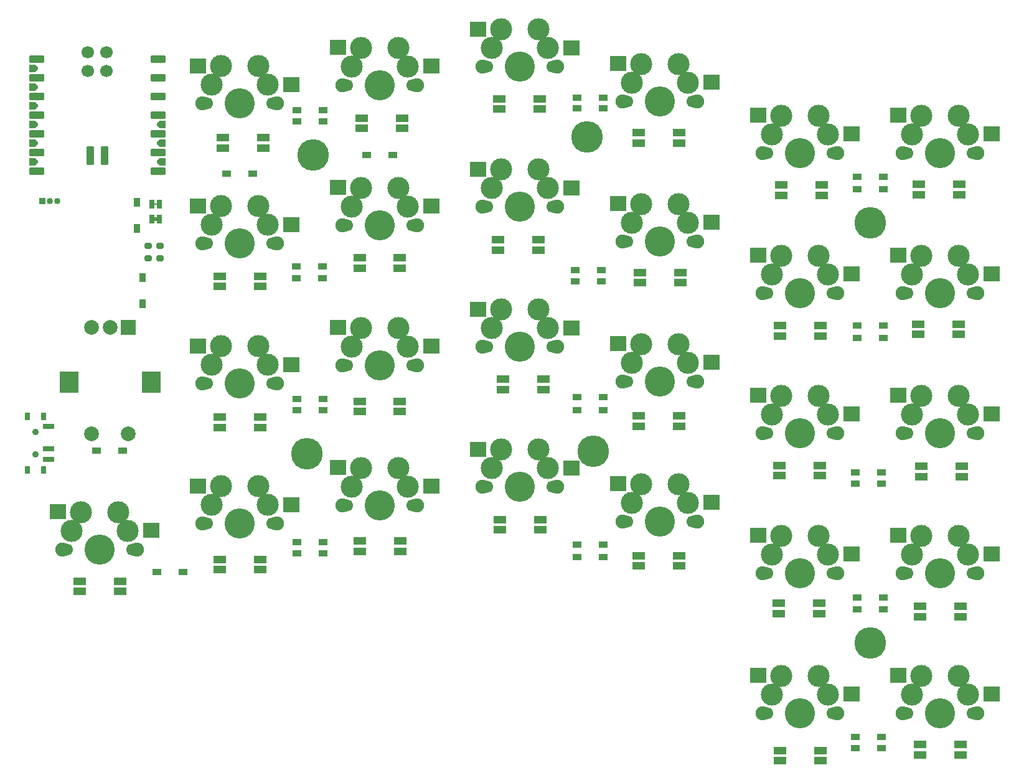
<source format=gts>
G04 #@! TF.GenerationSoftware,KiCad,Pcbnew,9.0.4*
G04 #@! TF.CreationDate,2025-10-25T01:26:29+09:00*
G04 #@! TF.ProjectId,molak_right,6d6f6c61-6b5f-4726-9967-68742e6b6963,rev?*
G04 #@! TF.SameCoordinates,Original*
G04 #@! TF.FileFunction,Soldermask,Top*
G04 #@! TF.FilePolarity,Negative*
%FSLAX46Y46*%
G04 Gerber Fmt 4.6, Leading zero omitted, Abs format (unit mm)*
G04 Created by KiCad (PCBNEW 9.0.4) date 2025-10-25 01:26:29*
%MOMM*%
%LPD*%
G01*
G04 APERTURE LIST*
G04 Aperture macros list*
%AMRoundRect*
0 Rectangle with rounded corners*
0 $1 Rounding radius*
0 $2 $3 $4 $5 $6 $7 $8 $9 X,Y pos of 4 corners*
0 Add a 4 corners polygon primitive as box body*
4,1,4,$2,$3,$4,$5,$6,$7,$8,$9,$2,$3,0*
0 Add four circle primitives for the rounded corners*
1,1,$1+$1,$2,$3*
1,1,$1+$1,$4,$5*
1,1,$1+$1,$6,$7*
1,1,$1+$1,$8,$9*
0 Add four rect primitives between the rounded corners*
20,1,$1+$1,$2,$3,$4,$5,0*
20,1,$1+$1,$4,$5,$6,$7,0*
20,1,$1+$1,$6,$7,$8,$9,0*
20,1,$1+$1,$8,$9,$2,$3,0*%
%AMFreePoly0*
4,1,15,-0.616000,0.142500,-0.283500,0.475000,0.521000,0.475000,0.557355,0.467769,0.588175,0.447175,0.608769,0.416355,0.616000,0.380000,0.616000,-0.380000,0.608769,-0.416355,0.588175,-0.447175,0.557355,-0.467769,0.521000,-0.475000,-0.283500,-0.475000,-0.616000,-0.142500,-0.616000,0.142500,-0.616000,0.142500,$1*%
G04 Aperture macros list end*
%ADD10C,0.850000*%
%ADD11R,0.850000X0.850000*%
%ADD12C,4.300000*%
%ADD13R,0.400000X0.600000*%
%ADD14R,0.635000X1.143000*%
%ADD15R,0.381000X0.250000*%
%ADD16R,1.700000X1.000000*%
%ADD17RoundRect,0.200000X0.275000X-0.200000X0.275000X0.200000X-0.275000X0.200000X-0.275000X-0.200000X0*%
%ADD18C,1.900000*%
%ADD19C,1.700000*%
%ADD20C,3.000000*%
%ADD21C,4.100000*%
%ADD22R,2.300000X2.000000*%
%ADD23R,1.300000X0.950000*%
%ADD24R,0.950000X1.300000*%
%ADD25RoundRect,0.095000X0.921000X0.380000X-0.921000X0.380000X-0.921000X-0.380000X0.921000X-0.380000X0*%
%ADD26RoundRect,0.095000X-0.921000X-0.380000X0.921000X-0.380000X0.921000X0.380000X-0.921000X0.380000X0*%
%ADD27FreePoly0,180.000000*%
%ADD28FreePoly0,0.000000*%
%ADD29RoundRect,0.110000X-0.440000X1.140000X-0.440000X-1.140000X0.440000X-1.140000X0.440000X1.140000X0*%
%ADD30R,0.800000X1.000000*%
%ADD31C,0.900000*%
%ADD32R,1.500000X0.700000*%
%ADD33R,2.000000X2.000000*%
%ADD34C,2.000000*%
%ADD35R,2.500000X3.000000*%
G04 APERTURE END LIST*
D10*
X93125000Y-64575000D03*
X92125000Y-64575000D03*
D11*
X91125000Y-64575000D03*
D12*
X165167000Y-55844700D03*
X127903000Y-58344700D03*
X127067000Y-98944700D03*
X203685000Y-67544700D03*
X203685000Y-124695000D03*
X166003000Y-98644700D03*
D13*
X106500000Y-67000000D03*
D14*
X107000380Y-67000000D03*
X105999620Y-67000000D03*
D15*
X106499600Y-65000000D03*
D14*
X105999220Y-65000000D03*
X106999980Y-65000000D03*
D16*
X140060000Y-54700000D03*
X140060000Y-53300000D03*
X134560000Y-53300000D03*
X134560000Y-54700000D03*
X158794300Y-52065100D03*
X158794300Y-50665100D03*
X153294300Y-50665100D03*
X153294300Y-52065100D03*
X177750000Y-56700000D03*
X177750000Y-55300000D03*
X172250000Y-55300000D03*
X172250000Y-56700000D03*
X197113600Y-63812600D03*
X197113600Y-62412600D03*
X191613600Y-62412600D03*
X191613600Y-63812600D03*
X215750000Y-82700000D03*
X215750000Y-81300000D03*
X210250000Y-81300000D03*
X210250000Y-82700000D03*
X196949200Y-81506500D03*
X196949200Y-82906500D03*
X191449200Y-82906500D03*
X191449200Y-81506500D03*
X177860000Y-74300000D03*
X177860000Y-75700000D03*
X172360000Y-75700000D03*
X172360000Y-74300000D03*
X158603600Y-69844600D03*
X158603600Y-71244600D03*
X153103600Y-71244600D03*
X153103600Y-69844600D03*
X139750000Y-72300000D03*
X139750000Y-73700000D03*
X134250000Y-73700000D03*
X134250000Y-72300000D03*
X120750000Y-74800000D03*
X120750000Y-76200000D03*
X115250000Y-76200000D03*
X115250000Y-74800000D03*
X120755500Y-93958100D03*
X120755500Y-95358100D03*
X115255500Y-95358100D03*
X115255500Y-93958100D03*
X139750000Y-91800000D03*
X139750000Y-93200000D03*
X134250000Y-93200000D03*
X134250000Y-91800000D03*
X159250000Y-88800000D03*
X159250000Y-90200000D03*
X153750000Y-90200000D03*
X153750000Y-88800000D03*
X177750000Y-93800000D03*
X177750000Y-95200000D03*
X172250000Y-95200000D03*
X172250000Y-93800000D03*
X196863300Y-100554100D03*
X196863300Y-101954100D03*
X191363300Y-101954100D03*
X191363300Y-100554100D03*
X216138200Y-100652200D03*
X216138200Y-102052200D03*
X210638200Y-102052200D03*
X210638200Y-100652200D03*
X215960000Y-119717700D03*
X215960000Y-121117700D03*
X210460000Y-121117700D03*
X210460000Y-119717700D03*
X196750000Y-119300000D03*
X196750000Y-120700000D03*
X191250000Y-120700000D03*
X191250000Y-119300000D03*
X216000000Y-138500000D03*
X216000000Y-139900000D03*
X210500000Y-139900000D03*
X210500000Y-138500000D03*
X196910000Y-139300000D03*
X196910000Y-140700000D03*
X191410000Y-140700000D03*
X191410000Y-139300000D03*
X177750000Y-112800000D03*
X177750000Y-114200000D03*
X172250000Y-114200000D03*
X172250000Y-112800000D03*
X158867200Y-107907200D03*
X158867200Y-109307200D03*
X153367200Y-109307200D03*
X153367200Y-107907200D03*
X139760000Y-110800000D03*
X139760000Y-112200000D03*
X134260000Y-112200000D03*
X134260000Y-110800000D03*
X120710000Y-113300000D03*
X120710000Y-114700000D03*
X115210000Y-114700000D03*
X115210000Y-113300000D03*
X101660000Y-116300000D03*
X101660000Y-117700000D03*
X96160000Y-117700000D03*
X96160000Y-116300000D03*
D17*
X107103700Y-72350700D03*
X107103700Y-70700700D03*
X105500000Y-72325000D03*
X105500000Y-70675000D03*
D18*
X208130000Y-58019700D03*
D19*
X208710000Y-58019700D03*
D20*
X209400000Y-55479700D03*
X210670000Y-52939700D03*
D21*
X213210000Y-58019700D03*
D20*
X215750000Y-52939700D03*
X217020000Y-55479699D03*
D19*
X217710000Y-58019700D03*
D18*
X218290000Y-58019700D03*
D22*
X207510000Y-52899700D03*
X220210000Y-55439700D03*
D18*
X189080000Y-58019700D03*
D19*
X189660000Y-58019700D03*
D20*
X190350000Y-55479700D03*
X191620000Y-52939700D03*
D21*
X194160000Y-58019700D03*
D20*
X196700000Y-52939700D03*
X197970000Y-55479699D03*
D19*
X198660000Y-58019700D03*
D18*
X199240000Y-58019700D03*
D22*
X188460000Y-52899700D03*
X201160000Y-55439700D03*
D18*
X170030000Y-51019700D03*
D19*
X170610000Y-51019700D03*
D20*
X171300000Y-48479700D03*
X172570000Y-45939700D03*
D21*
X175110000Y-51019700D03*
D20*
X177650000Y-45939700D03*
X178920000Y-48479699D03*
D19*
X179610000Y-51019700D03*
D18*
X180190000Y-51019700D03*
D22*
X169410000Y-45899700D03*
X182110000Y-48439700D03*
D18*
X150980000Y-46319700D03*
D19*
X151560000Y-46319700D03*
D20*
X152250000Y-43779700D03*
X153520000Y-41239700D03*
D21*
X156060000Y-46319700D03*
D20*
X158600000Y-41239700D03*
X159870000Y-43779699D03*
D19*
X160560000Y-46319700D03*
D18*
X161140000Y-46319700D03*
D22*
X150360000Y-41199700D03*
X163060000Y-43739700D03*
D18*
X131930000Y-48819700D03*
D19*
X132510000Y-48819700D03*
D20*
X133200000Y-46279700D03*
X134470000Y-43739700D03*
D21*
X137010000Y-48819700D03*
D20*
X139550000Y-43739700D03*
X140820000Y-46279699D03*
D19*
X141510000Y-48819700D03*
D18*
X142090000Y-48819700D03*
D22*
X131310000Y-43699700D03*
X144010000Y-46239700D03*
D18*
X112880000Y-51319700D03*
D19*
X113460000Y-51319700D03*
D20*
X114150000Y-48779700D03*
X115420000Y-46239700D03*
D21*
X117960000Y-51319700D03*
D20*
X120500000Y-46239700D03*
X121770000Y-48779699D03*
D19*
X122460000Y-51319700D03*
D18*
X123040000Y-51319700D03*
D22*
X112260000Y-46199700D03*
X124960000Y-48739700D03*
D18*
X208130000Y-77069700D03*
D19*
X208710000Y-77069700D03*
D20*
X209400000Y-74529700D03*
X210670000Y-71989700D03*
D21*
X213210000Y-77069700D03*
D20*
X215750000Y-71989700D03*
X217020000Y-74529699D03*
D19*
X217710000Y-77069700D03*
D18*
X218290000Y-77069700D03*
D22*
X207510000Y-71949700D03*
X220210000Y-74489700D03*
D18*
X189080000Y-77069700D03*
D19*
X189660000Y-77069700D03*
D20*
X190350000Y-74529700D03*
X191620000Y-71989700D03*
D21*
X194160000Y-77069700D03*
D20*
X196700000Y-71989700D03*
X197970000Y-74529699D03*
D19*
X198660000Y-77069700D03*
D18*
X199240000Y-77069700D03*
D22*
X188460000Y-71949700D03*
X201160000Y-74489700D03*
D18*
X170030000Y-70069700D03*
D19*
X170610000Y-70069700D03*
D20*
X171300000Y-67529700D03*
X172570000Y-64989700D03*
D21*
X175110000Y-70069700D03*
D20*
X177650000Y-64989700D03*
X178920000Y-67529699D03*
D19*
X179610000Y-70069700D03*
D18*
X180190000Y-70069700D03*
D22*
X169410000Y-64949700D03*
X182110000Y-67489700D03*
D18*
X150980000Y-65369700D03*
D19*
X151560000Y-65369700D03*
D20*
X152250000Y-62829700D03*
X153520000Y-60289700D03*
D21*
X156060000Y-65369700D03*
D20*
X158600000Y-60289700D03*
X159870000Y-62829699D03*
D19*
X160560000Y-65369700D03*
D18*
X161140000Y-65369700D03*
D22*
X150360000Y-60249700D03*
X163060000Y-62789700D03*
D18*
X131930000Y-67869700D03*
D19*
X132510000Y-67869700D03*
D20*
X133200000Y-65329700D03*
X134470000Y-62789700D03*
D21*
X137010000Y-67869700D03*
D20*
X139550000Y-62789700D03*
X140820000Y-65329699D03*
D19*
X141510000Y-67869700D03*
D18*
X142090000Y-67869700D03*
D22*
X131310000Y-62749700D03*
X144010000Y-65289700D03*
D18*
X112880000Y-70369700D03*
D19*
X113460000Y-70369700D03*
D20*
X114150000Y-67829700D03*
X115420000Y-65289700D03*
D21*
X117960000Y-70369700D03*
D20*
X120500000Y-65289700D03*
X121770000Y-67829699D03*
D19*
X122460000Y-70369700D03*
D18*
X123040000Y-70369700D03*
D22*
X112260000Y-65249700D03*
X124960000Y-67789700D03*
D18*
X208130000Y-96119700D03*
D19*
X208710000Y-96119700D03*
D20*
X209400000Y-93579700D03*
X210670000Y-91039700D03*
D21*
X213210000Y-96119700D03*
D20*
X215750000Y-91039700D03*
X217020000Y-93579699D03*
D19*
X217710000Y-96119700D03*
D18*
X218290000Y-96119700D03*
D22*
X207510000Y-90999700D03*
X220210000Y-93539700D03*
D18*
X189080000Y-96119700D03*
D19*
X189660000Y-96119700D03*
D20*
X190350000Y-93579700D03*
X191620000Y-91039700D03*
D21*
X194160000Y-96119700D03*
D20*
X196700000Y-91039700D03*
X197970000Y-93579699D03*
D19*
X198660000Y-96119700D03*
D18*
X199240000Y-96119700D03*
D22*
X188460000Y-90999700D03*
X201160000Y-93539700D03*
D18*
X170030000Y-89119700D03*
D19*
X170610000Y-89119700D03*
D20*
X171300000Y-86579700D03*
X172570000Y-84039700D03*
D21*
X175110000Y-89119700D03*
D20*
X177650000Y-84039700D03*
X178920000Y-86579699D03*
D19*
X179610000Y-89119700D03*
D18*
X180190000Y-89119700D03*
D22*
X169410000Y-83999700D03*
X182110000Y-86539700D03*
D18*
X150980000Y-84419700D03*
D19*
X151560000Y-84419700D03*
D20*
X152250000Y-81879700D03*
X153520000Y-79339700D03*
D21*
X156060000Y-84419700D03*
D20*
X158600000Y-79339700D03*
X159870000Y-81879699D03*
D19*
X160560000Y-84419700D03*
D18*
X161140000Y-84419700D03*
D22*
X150360000Y-79299700D03*
X163060000Y-81839700D03*
D18*
X131930000Y-86919700D03*
D19*
X132510000Y-86919700D03*
D20*
X133200000Y-84379700D03*
X134470000Y-81839700D03*
D21*
X137010000Y-86919700D03*
D20*
X139550000Y-81839700D03*
X140820000Y-84379699D03*
D19*
X141510000Y-86919700D03*
D18*
X142090000Y-86919700D03*
D22*
X131310000Y-81799700D03*
X144010000Y-84339700D03*
D18*
X112880000Y-89419700D03*
D19*
X113460000Y-89419700D03*
D20*
X114150000Y-86879700D03*
X115420000Y-84339700D03*
D21*
X117960000Y-89419700D03*
D20*
X120500000Y-84339700D03*
X121770000Y-86879699D03*
D19*
X122460000Y-89419700D03*
D18*
X123040000Y-89419700D03*
D22*
X112260000Y-84299700D03*
X124960000Y-86839700D03*
D18*
X208130000Y-115170000D03*
D19*
X208710000Y-115170000D03*
D20*
X209400000Y-112630000D03*
X210670000Y-110090000D03*
D21*
X213210000Y-115170000D03*
D20*
X215750000Y-110090000D03*
X217020000Y-112629999D03*
D19*
X217710000Y-115170000D03*
D18*
X218290000Y-115170000D03*
D22*
X207510000Y-110050000D03*
X220210000Y-112590000D03*
D18*
X189080000Y-115170000D03*
D19*
X189660000Y-115170000D03*
D20*
X190350000Y-112630000D03*
X191620000Y-110090000D03*
D21*
X194160000Y-115170000D03*
D20*
X196700000Y-110090000D03*
X197970000Y-112629999D03*
D19*
X198660000Y-115170000D03*
D18*
X199240000Y-115170000D03*
D22*
X188460000Y-110050000D03*
X201160000Y-112590000D03*
D18*
X170030000Y-108170000D03*
D19*
X170610000Y-108170000D03*
D20*
X171300000Y-105630000D03*
X172570000Y-103090000D03*
D21*
X175110000Y-108170000D03*
D20*
X177650000Y-103090000D03*
X178920000Y-105629999D03*
D19*
X179610000Y-108170000D03*
D18*
X180190000Y-108170000D03*
D22*
X169410000Y-103050000D03*
X182110000Y-105590000D03*
D18*
X150980000Y-103470000D03*
D19*
X151560000Y-103470000D03*
D20*
X152250000Y-100930000D03*
X153520000Y-98390000D03*
D21*
X156060000Y-103470000D03*
D20*
X158600000Y-98390000D03*
X159870000Y-100929999D03*
D19*
X160560000Y-103470000D03*
D18*
X161140000Y-103470000D03*
D22*
X150360000Y-98350000D03*
X163060000Y-100890000D03*
D18*
X131930000Y-105970000D03*
D19*
X132510000Y-105970000D03*
D20*
X133200000Y-103430000D03*
X134470000Y-100890000D03*
D21*
X137010000Y-105970000D03*
D20*
X139550000Y-100890000D03*
X140820000Y-103429999D03*
D19*
X141510000Y-105970000D03*
D18*
X142090000Y-105970000D03*
D22*
X131310000Y-100850000D03*
X144010000Y-103390000D03*
D18*
X112880000Y-108470000D03*
D19*
X113460000Y-108470000D03*
D20*
X114150000Y-105930000D03*
X115420000Y-103390000D03*
D21*
X117960000Y-108470000D03*
D20*
X120500000Y-103390000D03*
X121770000Y-105929999D03*
D19*
X122460000Y-108470000D03*
D18*
X123040000Y-108470000D03*
D22*
X112260000Y-103350000D03*
X124960000Y-105890000D03*
D18*
X93830000Y-111970000D03*
D19*
X94410000Y-111970000D03*
D20*
X95100000Y-109430000D03*
X96370000Y-106890000D03*
D21*
X98910000Y-111970000D03*
D20*
X101450000Y-106890000D03*
X102720000Y-109429999D03*
D19*
X103410000Y-111970000D03*
D18*
X103990000Y-111970000D03*
D22*
X93210000Y-106850000D03*
X105910000Y-109390000D03*
D18*
X208130000Y-134220000D03*
D19*
X208710000Y-134220000D03*
D20*
X209400000Y-131680000D03*
X210670000Y-129140000D03*
D21*
X213210000Y-134220000D03*
D20*
X215750000Y-129140000D03*
X217020000Y-131679999D03*
D19*
X217710000Y-134220000D03*
D18*
X218290000Y-134220000D03*
D22*
X207510000Y-129100000D03*
X220210000Y-131640000D03*
D18*
X189080000Y-134220000D03*
D19*
X189660000Y-134220000D03*
D20*
X190350000Y-131680000D03*
X191620000Y-129140000D03*
D21*
X194160000Y-134220000D03*
D20*
X196700000Y-129140000D03*
X197970000Y-131679999D03*
D19*
X198660000Y-134220000D03*
D18*
X199240000Y-134220000D03*
D22*
X188460000Y-129100000D03*
X201160000Y-131640000D03*
D23*
X201910000Y-62994700D03*
X205460000Y-62994700D03*
X201910000Y-61250000D03*
X205460000Y-61250000D03*
X163810000Y-52000000D03*
X167360000Y-52000000D03*
X163810000Y-50500000D03*
X167360000Y-50500000D03*
X125725000Y-53750000D03*
X129275000Y-53750000D03*
X125725000Y-52250000D03*
X129275000Y-52250000D03*
X201910000Y-83202500D03*
X205460000Y-83202500D03*
X163610000Y-75500000D03*
X167160000Y-75500000D03*
X125640800Y-75092400D03*
X129190800Y-75092400D03*
X201725000Y-103000000D03*
X205275000Y-103000000D03*
X163810000Y-93000000D03*
X167360000Y-93000000D03*
X163810000Y-91250000D03*
X167360000Y-91250000D03*
X125725000Y-93000000D03*
X129275000Y-93000000D03*
X125725000Y-91500000D03*
X129275000Y-91500000D03*
X201910000Y-120145000D03*
X205460000Y-120145000D03*
X201910000Y-118495300D03*
X205460000Y-118495300D03*
X163810000Y-112995000D03*
X167360000Y-112995000D03*
X163810000Y-111351900D03*
X167360000Y-111351900D03*
X125725000Y-112500000D03*
X129275000Y-112500000D03*
X125725000Y-111000000D03*
X129275000Y-111000000D03*
X106660000Y-115000000D03*
X110210000Y-115000000D03*
X201725000Y-139000000D03*
X205275000Y-139000000D03*
X201725000Y-137500000D03*
X205275000Y-137500000D03*
X135250000Y-58344700D03*
X138800000Y-58344700D03*
X116185000Y-60844700D03*
X119735000Y-60844700D03*
D24*
X104750000Y-74975000D03*
X104750000Y-78525000D03*
X104000000Y-64725000D03*
X104000000Y-68275000D03*
D23*
X98450000Y-98500000D03*
X102000000Y-98500000D03*
D25*
X90344900Y-45273800D03*
X90344900Y-47813800D03*
X90344900Y-50353800D03*
X90344900Y-52893800D03*
X90344900Y-55433800D03*
X90344900Y-57973800D03*
X90344900Y-60513800D03*
D26*
X106854900Y-60513800D03*
X106854900Y-57973800D03*
X106854900Y-55433800D03*
X106854900Y-52893800D03*
X106854900Y-50353800D03*
X106854900Y-47813800D03*
X106854900Y-45273800D03*
D27*
X89944900Y-46543800D03*
X89944900Y-49083800D03*
X89944900Y-51623800D03*
X89944900Y-54163800D03*
X89944900Y-56703800D03*
X89944900Y-59243800D03*
D28*
X107254900Y-59243800D03*
X107254900Y-56703800D03*
X107254900Y-54163800D03*
D19*
X97329900Y-44321300D03*
X99869900Y-44321300D03*
X97329900Y-46861300D03*
X99869900Y-46861300D03*
D29*
X97605912Y-58411623D03*
X99605912Y-58411623D03*
D16*
X121150000Y-55950000D03*
X121150000Y-57350000D03*
X115650000Y-57350000D03*
X115650000Y-55950000D03*
D23*
X163610000Y-74000000D03*
X167160000Y-74000000D03*
D30*
X91280000Y-93850000D03*
X89070000Y-93850000D03*
D31*
X90170000Y-96000000D03*
X90170000Y-99000000D03*
D30*
X91280000Y-101150000D03*
X89070000Y-101150000D03*
D32*
X91930000Y-95250000D03*
X91930000Y-98250000D03*
X91930000Y-99750000D03*
D23*
X125625000Y-73500000D03*
X129175000Y-73500000D03*
D33*
X102810500Y-81742100D03*
D34*
X97810500Y-81742100D03*
X100310500Y-81742100D03*
D35*
X105910500Y-89242100D03*
X94710500Y-89242100D03*
D34*
X102810500Y-96242100D03*
X97810500Y-96242100D03*
D23*
X201725000Y-101479409D03*
X205275000Y-101479409D03*
X201910000Y-81500000D03*
X205460000Y-81500000D03*
D16*
X215860000Y-63700000D03*
X215860000Y-62300000D03*
X210360000Y-62300000D03*
X210360000Y-63700000D03*
M02*

</source>
